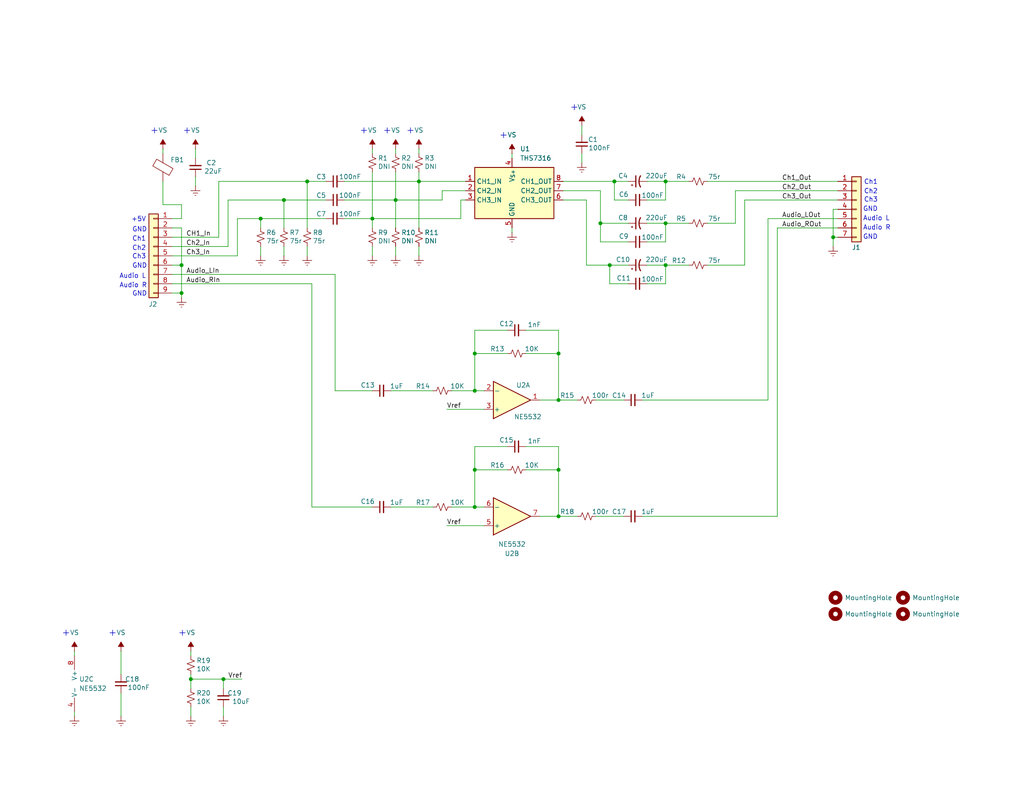
<source format=kicad_sch>
(kicad_sch (version 20231120) (generator "eeschema") (generator_version "8.0")
  (paper "A")
  (title_block (title "AV Amp") (date "2025-02-19") (rev "1") (company "Gadget Reboot") (comment 1 "https://www.youtube.com/@gadgetreboot") (comment 2 "https://github.com/GadgetReboot/AV_AMP"))
  (lib_symbols
    (symbol "Amplifier_Operational:TL072" (pin_names (offset 0.127))
      (property "Reference" "U" (at 0 5.08 0))
      (property "Value" "TL072" (at 0 -5.08 0))
      (symbol "TL072_1_1"
        (polyline (pts (xy -5.08 5.08) (xy 5.08 0) (xy -5.08 -5.08) (xy -5.08 5.08)) (stroke (width 0.254)) (fill (type background)))
        (pin output line (at 7.62 0 180) (length 2.54) (name "~") (number "1"))
        (pin input line (at -7.62 -2.54 0) (length 2.54) (name "-") (number "2"))
        (pin input line (at -7.62 2.54 0) (length 2.54) (name "+") (number "3"))
      )
      (symbol "TL072_2_1"
        (polyline (pts (xy -5.08 5.08) (xy 5.08 0) (xy -5.08 -5.08) (xy -5.08 5.08)) (stroke (width 0.254)) (fill (type background)))
        (pin input line (at -7.62 2.54 0) (length 2.54) (name "+") (number "5"))
        (pin input line (at -7.62 -2.54 0) (length 2.54) (name "-") (number "6"))
        (pin output line (at 7.62 0 180) (length 2.54) (name "~") (number "7"))
      )
      (symbol "TL072_3_1"
        (pin power_in line (at -2.54 -7.62 90) (length 3.81) (name "V-") (number "4"))
        (pin power_in line (at -2.54 7.62 270) (length 3.81) (name "V+") (number "8"))
      )
    )
    (symbol "Connector_Generic:Conn_01x07" (pin_names (offset 1.016) hide)
      (property "Reference" "J" (at 0 10.16 0))
      (property "Value" "Conn_01x07" (at 0 -10.16 0))
      (symbol "Conn_01x07_1_1"
        (rectangle (start -1.27 -7.493) (end 0 -7.747) (stroke (width 0.1524)))
        (rectangle (start -1.27 -4.953) (end 0 -5.207) (stroke (width 0.1524)))
        (rectangle (start -1.27 -2.413) (end 0 -2.667) (stroke (width 0.1524)))
        (rectangle (start -1.27 0.127) (end 0 -0.127) (stroke (width 0.1524)))
        (rectangle (start -1.27 2.667) (end 0 2.413) (stroke (width 0.1524)))
        (rectangle (start -1.27 5.207) (end 0 4.953) (stroke (width 0.1524)))
        (rectangle (start -1.27 7.747) (end 0 7.493) (stroke (width 0.1524)))
        (rectangle (start -1.27 8.89) (end 1.27 -8.89) (stroke (width 0.254)) (fill (type background)))
        (pin passive line (at -5.08 7.62 0) (length 3.81) (name "Pin_1") (number "1"))
        (pin passive line (at -5.08 5.08 0) (length 3.81) (name "Pin_2") (number "2"))
        (pin passive line (at -5.08 2.54 0) (length 3.81) (name "Pin_3") (number "3"))
        (pin passive line (at -5.08 0 0) (length 3.81) (name "Pin_4") (number "4"))
        (pin passive line (at -5.08 -2.54 0) (length 3.81) (name "Pin_5") (number "5"))
        (pin passive line (at -5.08 -5.08 0) (length 3.81) (name "Pin_6") (number "6"))
        (pin passive line (at -5.08 -7.62 0) (length 3.81) (name "Pin_7") (number "7"))
      )
    )
    (symbol "Connector_Generic:Conn_01x09" (pin_names (offset 1.016) hide)
      (property "Reference" "J" (at 0 12.7 0))
      (property "Value" "Conn_01x09" (at 0 -12.7 0))
      (symbol "Conn_01x09_1_1"
        (rectangle (start -1.27 -10.033) (end 0 -10.287) (stroke (width 0.1524)))
        (rectangle (start -1.27 -7.493) (end 0 -7.747) (stroke (width 0.1524)))
        (rectangle (start -1.27 -4.953) (end 0 -5.207) (stroke (width 0.1524)))
        (rectangle (start -1.27 -2.413) (end 0 -2.667) (stroke (width 0.1524)))
        (rectangle (start -1.27 0.127) (end 0 -0.127) (stroke (width 0.1524)))
        (rectangle (start -1.27 2.667) (end 0 2.413) (stroke (width 0.1524)))
        (rectangle (start -1.27 5.207) (end 0 4.953) (stroke (width 0.1524)))
        (rectangle (start -1.27 7.747) (end 0 7.493) (stroke (width 0.1524)))
        (rectangle (start -1.27 10.287) (end 0 10.033) (stroke (width 0.1524)))
        (rectangle (start -1.27 11.43) (end 1.27 -11.43) (stroke (width 0.254)) (fill (type background)))
        (pin passive line (at -5.08 10.16 0) (length 3.81) (name "Pin_1") (number "1"))
        (pin passive line (at -5.08 7.62 0) (length 3.81) (name "Pin_2") (number "2"))
        (pin passive line (at -5.08 5.08 0) (length 3.81) (name "Pin_3") (number "3"))
        (pin passive line (at -5.08 2.54 0) (length 3.81) (name "Pin_4") (number "4"))
        (pin passive line (at -5.08 0 0) (length 3.81) (name "Pin_5") (number "5"))
        (pin passive line (at -5.08 -2.54 0) (length 3.81) (name "Pin_6") (number "6"))
        (pin passive line (at -5.08 -5.08 0) (length 3.81) (name "Pin_7") (number "7"))
        (pin passive line (at -5.08 -7.62 0) (length 3.81) (name "Pin_8") (number "8"))
        (pin passive line (at -5.08 -10.16 0) (length 3.81) (name "Pin_9") (number "9"))
      )
    )
    (symbol "Device:C_Polarized_Small_US" (pin_numbers hide) (pin_names (offset 0.254) hide)
      (property "Reference" "C" (at 0.254 1.778 0))
      (property "Value" "C_Polarized_Small_US" (at 0.254 -2.032 0))
      (symbol "C_Polarized_Small_US_0_1"
        (polyline (pts (xy -1.524 0.508) (xy 1.524 0.508)) (stroke (width 0.3048)))
        (polyline (pts (xy -1.27 1.524) (xy -0.762 1.524)))
        (polyline (pts (xy -1.016 1.27) (xy -1.016 1.778)))
        (arc (start 1.524 -0.762) (mid 0 -0.3734) (end -1.524 -0.762) (stroke (width 0.3048)))
      )
      (symbol "C_Polarized_Small_US_1_1"
        (pin passive line (at 0 2.54 270) (length 2.032) (name "~") (number "1"))
        (pin passive line (at 0 -2.54 90) (length 2.032) (name "~") (number "2"))
      )
    )
    (symbol "Device:C_Small" (pin_numbers hide) (pin_names (offset 0.254) hide)
      (property "Reference" "C" (at 0.254 1.778 0))
      (property "Value" "C_Small" (at 0.254 -2.032 0))
      (symbol "C_Small_0_1"
        (polyline (pts (xy -1.524 -0.508) (xy 1.524 -0.508)) (stroke (width 0.3302)))
        (polyline (pts (xy -1.524 0.508) (xy 1.524 0.508)) (stroke (width 0.3048)))
      )
      (symbol "C_Small_1_1"
        (pin passive line (at 0 2.54 270) (length 2.032) (name "~") (number "1"))
        (pin passive line (at 0 -2.54 90) (length 2.032) (name "~") (number "2"))
      )
    )
    (symbol "Device:FerriteBead" (pin_numbers hide) (pin_names (offset 0))
      (property "Reference" "FB" (at -3.81 0.635 90))
      (property "Value" "FerriteBead" (at 3.81 0 90))
      (symbol "FerriteBead_0_1"
        (polyline (pts (xy 0 -1.27) (xy 0 -1.2192)))
        (polyline (pts (xy 0 1.27) (xy 0 1.2954)))
        (polyline (pts (xy -2.7686 0.4064) (xy -1.7018 2.2606) (xy 2.7686 -0.3048) (xy 1.6764 -2.159) (xy -2.7686 0.4064)))
      )
      (symbol "FerriteBead_1_1"
        (pin passive line (at 0 3.81 270) (length 2.54) (name "~") (number "1"))
        (pin passive line (at 0 -3.81 90) (length 2.54) (name "~") (number "2"))
      )
    )
    (symbol "Device:R_Small_US" (pin_numbers hide) (pin_names (offset 0.254) hide)
      (property "Reference" "R" (at 0.762 0.508 0))
      (property "Value" "R_Small_US" (at 0.762 -1.016 0))
      (symbol "R_Small_US_1_1"
        (polyline (pts (xy 0 0) (xy 1.016 -0.381) (xy 0 -0.762) (xy -1.016 -1.143) (xy 0 -1.524)))
        (polyline (pts (xy 0 1.524) (xy 1.016 1.143) (xy 0 0.762) (xy -1.016 0.381) (xy 0 0)))
        (pin passive line (at 0 2.54 270) (length 1.016) (name "~") (number "1"))
        (pin passive line (at 0 -2.54 90) (length 1.016) (name "~") (number "2"))
      )
    )
    (symbol "Mechanical:MountingHole" (pin_names (offset 1.016)) (exclude_from_sim yes) (in_bom no)
      (property "Reference" "H" (at 0 5.08 0))
      (property "Value" "MountingHole" (at 0 3.175 0))
      (symbol "MountingHole_0_1"
        (circle (center 0 0) (radius 1.27) (stroke (width 1.27)))
      )
    )
    (symbol "power:GNDREF" (power) (pin_numbers hide) (pin_names (offset 0) hide)
      (property "Value" "GNDREF" (at 0 -3.81 0))
      (symbol "GNDREF_0_1"
        (polyline (pts (xy -0.635 -1.905) (xy 0.635 -1.905)))
        (polyline (pts (xy -0.127 -2.54) (xy 0.127 -2.54)))
        (polyline (pts (xy 0 -1.27) (xy 0 0)))
        (polyline (pts (xy 1.27 -1.27) (xy -1.27 -1.27)))
      )
      (symbol "GNDREF_1_1"
        (pin power_in line (at 0 0 270) (length 0) (name "~") (number "1"))
      )
    )
    (symbol "power:VS" (power) (pin_numbers hide) (pin_names (offset 0) hide)
      (property "Value" "VS" (at 0 3.556 0))
      (symbol "VS_0_1"
        (polyline (pts (xy 0 0) (xy 0 2.54)))
        (polyline (pts (xy 0.762 1.27) (xy -0.762 1.27) (xy 0 2.54) (xy 0.762 1.27)) (fill (type outline)))
      )
      (symbol "VS_1_1"
        (pin power_in line (at 0 0 90) (length 0) (name "~") (number "1"))
      )
    )
    (symbol "ths7316:THS7316"
      (property "Reference" "U" (at -8.89 12.446 0))
      (property "Value" "THS7316" (at 7.112 12.446 0))
      (symbol "THS7316_0_1"
        (rectangle (start -10.16 11.43) (end 11.43 -2.54) (stroke (width 0.254)) (fill (type background)))
      )
      (symbol "THS7316_1_1"
        (pin input line (at -12.7 7.62 0) (length 2.54) (name "CH1_IN") (number "1"))
        (pin input line (at -12.7 5.08 0) (length 2.54) (name "CH2_IN") (number "2"))
        (pin input line (at -12.7 2.54 0) (length 2.54) (name "CH3_IN") (number "3"))
        (pin power_in line (at 0 13.97 270) (length 2.54) (name "V_{S+}") (number "4"))
        (pin power_in line (at 0 -5.08 90) (length 2.54) (name "GND") (number "5"))
        (pin output line (at 13.97 2.54 180) (length 2.54) (name "CH3_OUT") (number "6"))
        (pin output line (at 13.97 5.08 180) (length 2.54) (name "CH2_OUT") (number "7"))
        (pin output line (at 13.97 7.62 180) (length 2.54) (name "CH1_OUT") (number "8"))
      )
    )
  )
  (junction (at 181.61 60.96))
  (junction (at 166.37 72.39))
  (junction (at 107.95 54.61))
  (junction (at 83.82 49.53))
  (junction (at 163.83 60.96))
  (junction (at 52.07 185.42))
  (junction (at 101.6 59.69))
  (junction (at 77.47 54.61))
  (junction (at 227.33 64.77))
  (junction (at 152.4 140.97))
  (junction (at 152.4 109.22))
  (junction (at 181.61 49.53))
  (junction (at 60.96 185.42))
  (junction (at 152.4 128.27))
  (junction (at 129.54 128.27))
  (junction (at 129.54 96.52))
  (junction (at 71.12 59.69))
  (junction (at 129.54 138.43))
  (junction (at 114.3 49.53))
  (junction (at 49.53 72.39))
  (junction (at 167.64 49.53))
  (junction (at 181.61 72.39))
  (junction (at 129.54 106.68))
  (junction (at 152.4 96.52))
  (junction (at 49.53 80.01))
  (wire (pts (xy 62.23 54.61) (xy 77.47 54.61)))
  (wire (pts (xy 152.4 140.97) (xy 147.32 140.97)))
  (wire (pts (xy 49.53 62.23) (xy 49.53 72.39)))
  (wire (pts (xy 153.67 54.61) (xy 160.02 54.61)))
  (wire (pts (xy 77.47 67.31) (xy 77.47 69.85)))
  (wire (pts (xy 129.54 138.43) (xy 132.08 138.43)))
  (wire (pts (xy 52.07 184.15) (xy 52.07 185.42)))
  (wire (pts (xy 107.95 40.64) (xy 107.95 41.91)))
  (wire (pts (xy 77.47 54.61) (xy 77.47 62.23)))
  (wire (pts (xy 139.7 62.23) (xy 139.7 63.5)))
  (wire (pts (xy 101.6 59.69) (xy 101.6 62.23)))
  (wire (pts (xy 138.43 128.27) (xy 129.54 128.27)))
  (wire (pts (xy 49.53 72.39) (xy 49.53 80.01)))
  (wire (pts (xy 176.53 49.53) (xy 181.61 49.53)))
  (wire (pts (xy 60.96 193.04) (xy 60.96 195.58)))
  (wire (pts (xy 129.54 106.68) (xy 132.08 106.68)))
  (wire (pts (xy 114.3 67.31) (xy 114.3 69.85)))
  (wire (pts (xy 129.54 121.92) (xy 129.54 128.27)))
  (wire (pts (xy 114.3 46.99) (xy 114.3 49.53)))
  (wire (pts (xy 160.02 72.39) (xy 160.02 54.61)))
  (wire (pts (xy 60.96 185.42) (xy 60.96 187.96)))
  (wire (pts (xy 166.37 77.47) (xy 166.37 72.39)))
  (wire (pts (xy 101.6 67.31) (xy 101.6 69.85)))
  (wire (pts (xy 176.53 54.61) (xy 181.61 54.61)))
  (wire (pts (xy 71.12 59.69) (xy 88.9 59.69)))
  (wire (pts (xy 171.45 77.47) (xy 166.37 77.47)))
  (wire (pts (xy 181.61 49.53) (xy 187.96 49.53)))
  (wire (pts (xy 107.95 46.99) (xy 107.95 54.61)))
  (wire (pts (xy 138.43 96.52) (xy 129.54 96.52)))
  (wire (pts (xy 83.82 67.31) (xy 83.82 69.85)))
  (wire (pts (xy 193.04 60.96) (xy 200.66 60.96)))
  (wire (pts (xy 176.53 66.04) (xy 181.61 66.04)))
  (wire (pts (xy 228.6 52.07) (xy 200.66 52.07)))
  (wire (pts (xy 53.34 40.64) (xy 53.34 43.18)))
  (wire (pts (xy 91.44 74.93) (xy 91.44 106.68)))
  (wire (pts (xy 175.26 140.97) (xy 212.09 140.97)))
  (wire (pts (xy 101.6 40.64) (xy 101.6 41.91)))
  (wire (pts (xy 193.04 72.39) (xy 203.2 72.39)))
  (wire (pts (xy 49.53 59.69) (xy 49.53 55.88)))
  (wire (pts (xy 64.77 59.69) (xy 71.12 59.69)))
  (wire (pts (xy 52.07 193.04) (xy 52.07 195.58)))
  (wire (pts (xy 62.23 67.31) (xy 62.23 54.61)))
  (wire (pts (xy 176.53 60.96) (xy 181.61 60.96)))
  (wire (pts (xy 33.02 177.8) (xy 33.02 184.15)))
  (wire (pts (xy 228.6 57.15) (xy 227.33 57.15)))
  (wire (pts (xy 59.69 49.53) (xy 83.82 49.53)))
  (wire (pts (xy 143.51 121.92) (xy 152.4 121.92)))
  (wire (pts (xy 152.4 109.22) (xy 147.32 109.22)))
  (wire (pts (xy 114.3 49.53) (xy 127 49.53)))
  (wire (pts (xy 143.51 90.17) (xy 152.4 90.17)))
  (wire (pts (xy 212.09 62.23) (xy 212.09 140.97)))
  (wire (pts (xy 152.4 128.27) (xy 152.4 140.97)))
  (wire (pts (xy 203.2 54.61) (xy 228.6 54.61)))
  (wire (pts (xy 193.04 49.53) (xy 228.6 49.53)))
  (wire (pts (xy 44.45 55.88) (xy 44.45 49.53)))
  (wire (pts (xy 20.32 177.8) (xy 20.32 179.07)))
  (wire (pts (xy 93.98 54.61) (xy 107.95 54.61)))
  (wire (pts (xy 52.07 185.42) (xy 52.07 187.96)))
  (wire (pts (xy 33.02 189.23) (xy 33.02 195.58)))
  (wire (pts (xy 227.33 57.15) (xy 227.33 64.77)))
  (wire (pts (xy 101.6 46.99) (xy 101.6 59.69)))
  (wire (pts (xy 49.53 80.01) (xy 49.53 81.28)))
  (wire (pts (xy 107.95 67.31) (xy 107.95 69.85)))
  (wire (pts (xy 129.54 90.17) (xy 129.54 96.52)))
  (wire (pts (xy 227.33 64.77) (xy 227.33 67.31)))
  (wire (pts (xy 129.54 96.52) (xy 129.54 106.68)))
  (wire (pts (xy 107.95 54.61) (xy 107.95 62.23)))
  (wire (pts (xy 46.99 69.85) (xy 64.77 69.85)))
  (wire (pts (xy 125.73 59.69) (xy 125.73 54.61)))
  (wire (pts (xy 120.65 54.61) (xy 120.65 52.07)))
  (wire (pts (xy 181.61 72.39) (xy 187.96 72.39)))
  (wire (pts (xy 152.4 96.52) (xy 152.4 109.22)))
  (wire (pts (xy 64.77 69.85) (xy 64.77 59.69)))
  (wire (pts (xy 46.99 77.47) (xy 85.09 77.47)))
  (wire (pts (xy 152.4 109.22) (xy 157.48 109.22)))
  (wire (pts (xy 152.4 140.97) (xy 157.48 140.97)))
  (wire (pts (xy 93.98 49.53) (xy 114.3 49.53)))
  (wire (pts (xy 167.64 49.53) (xy 171.45 49.53)))
  (wire (pts (xy 46.99 72.39) (xy 49.53 72.39)))
  (wire (pts (xy 227.33 64.77) (xy 228.6 64.77)))
  (wire (pts (xy 203.2 72.39) (xy 203.2 54.61)))
  (wire (pts (xy 158.75 41.91) (xy 158.75 44.45)))
  (wire (pts (xy 46.99 80.01) (xy 49.53 80.01)))
  (wire (pts (xy 85.09 77.47) (xy 85.09 138.43)))
  (wire (pts (xy 171.45 54.61) (xy 167.64 54.61)))
  (wire (pts (xy 181.61 60.96) (xy 187.96 60.96)))
  (wire (pts (xy 83.82 49.53) (xy 83.82 62.23)))
  (wire (pts (xy 139.7 41.91) (xy 139.7 43.18)))
  (wire (pts (xy 77.47 54.61) (xy 88.9 54.61)))
  (wire (pts (xy 123.19 138.43) (xy 129.54 138.43)))
  (wire (pts (xy 83.82 49.53) (xy 88.9 49.53)))
  (wire (pts (xy 152.4 121.92) (xy 152.4 128.27)))
  (wire (pts (xy 153.67 49.53) (xy 167.64 49.53)))
  (wire (pts (xy 59.69 64.77) (xy 59.69 49.53)))
  (wire (pts (xy 163.83 60.96) (xy 171.45 60.96)))
  (wire (pts (xy 20.32 194.31) (xy 20.32 195.58)))
  (wire (pts (xy 176.53 72.39) (xy 181.61 72.39)))
  (wire (pts (xy 176.53 77.47) (xy 181.61 77.47)))
  (wire (pts (xy 138.43 121.92) (xy 129.54 121.92)))
  (wire (pts (xy 181.61 66.04) (xy 181.61 60.96)))
  (wire (pts (xy 181.61 54.61) (xy 181.61 49.53)))
  (wire (pts (xy 138.43 90.17) (xy 129.54 90.17)))
  (wire (pts (xy 121.92 111.76) (xy 132.08 111.76)))
  (wire (pts (xy 181.61 77.47) (xy 181.61 72.39)))
  (wire (pts (xy 46.99 67.31) (xy 62.23 67.31)))
  (wire (pts (xy 85.09 138.43) (xy 101.6 138.43)))
  (wire (pts (xy 52.07 177.8) (xy 52.07 179.07)))
  (wire (pts (xy 167.64 54.61) (xy 167.64 49.53)))
  (wire (pts (xy 162.56 109.22) (xy 170.18 109.22)))
  (wire (pts (xy 106.68 138.43) (xy 118.11 138.43)))
  (wire (pts (xy 91.44 106.68) (xy 101.6 106.68)))
  (wire (pts (xy 114.3 40.64) (xy 114.3 41.91)))
  (wire (pts (xy 120.65 52.07) (xy 127 52.07)))
  (wire (pts (xy 209.55 59.69) (xy 209.55 109.22)))
  (wire (pts (xy 44.45 40.64) (xy 44.45 41.91)))
  (wire (pts (xy 71.12 67.31) (xy 71.12 69.85)))
  (wire (pts (xy 46.99 64.77) (xy 59.69 64.77)))
  (wire (pts (xy 163.83 66.04) (xy 163.83 60.96)))
  (wire (pts (xy 163.83 66.04) (xy 171.45 66.04)))
  (wire (pts (xy 228.6 62.23) (xy 212.09 62.23)))
  (wire (pts (xy 153.67 52.07) (xy 163.83 52.07)))
  (wire (pts (xy 107.95 54.61) (xy 120.65 54.61)))
  (wire (pts (xy 158.75 34.29) (xy 158.75 36.83)))
  (wire (pts (xy 71.12 59.69) (xy 71.12 62.23)))
  (wire (pts (xy 101.6 59.69) (xy 125.73 59.69)))
  (wire (pts (xy 175.26 109.22) (xy 209.55 109.22)))
  (wire (pts (xy 60.96 185.42) (xy 66.04 185.42)))
  (wire (pts (xy 129.54 128.27) (xy 129.54 138.43)))
  (wire (pts (xy 114.3 49.53) (xy 114.3 62.23)))
  (wire (pts (xy 143.51 128.27) (xy 152.4 128.27)))
  (wire (pts (xy 171.45 72.39) (xy 166.37 72.39)))
  (wire (pts (xy 53.34 48.26) (xy 53.34 50.8)))
  (wire (pts (xy 163.83 52.07) (xy 163.83 60.96)))
  (wire (pts (xy 200.66 52.07) (xy 200.66 60.96)))
  (wire (pts (xy 46.99 62.23) (xy 49.53 62.23)))
  (wire (pts (xy 93.98 59.69) (xy 101.6 59.69)))
  (wire (pts (xy 46.99 74.93) (xy 91.44 74.93)))
  (wire (pts (xy 123.19 106.68) (xy 129.54 106.68)))
  (wire (pts (xy 152.4 90.17) (xy 152.4 96.52)))
  (wire (pts (xy 166.37 72.39) (xy 160.02 72.39)))
  (wire (pts (xy 52.07 185.42) (xy 60.96 185.42)))
  (wire (pts (xy 228.6 59.69) (xy 209.55 59.69)))
  (wire (pts (xy 162.56 140.97) (xy 170.18 140.97)))
  (wire (pts (xy 121.92 143.51) (xy 132.08 143.51)))
  (wire (pts (xy 106.68 106.68) (xy 118.11 106.68)))
  (wire (pts (xy 49.53 55.88) (xy 44.45 55.88)))
  (wire (pts (xy 46.99 59.69) (xy 49.53 59.69)))
  (wire (pts (xy 143.51 96.52) (xy 152.4 96.52)))
  (wire (pts (xy 125.73 54.61) (xy 127 54.61)))
  (text "GND" (at 40.132 73.406 0) (effects (font (size 1.27 1.27)) (justify right bottom)))
  (text "Ch2" (at 39.878 68.58 0) (effects (font (size 1.27 1.27)) (justify right bottom)))
  (text "Ch1" (at 235.712 50.546 0) (effects (font (size 1.27 1.27)) (justify left bottom)))
  (text "+" (at 43.434 36.83 0) (effects (font (size 1.905 1.905)) (justify right bottom)))
  (text "+" (at 100.584 36.83 0) (effects (font (size 1.905 1.905)) (justify right bottom)))
  (text "+" (at 32.004 173.99 0) (effects (font (size 1.905 1.905)) (justify right bottom)))
  (text "GND" (at 235.458 57.912 0) (effects (font (size 1.27 1.27)) (justify left bottom)))
  (text "+" (at 157.988 30.48 0) (effects (font (size 1.905 1.905)) (justify right bottom)))
  (text "Audio L" (at 235.458 60.452 0) (effects (font (size 1.27 1.27)) (justify left bottom)))
  (text "Ch2" (at 235.712 53.086 0) (effects (font (size 1.27 1.27)) (justify left bottom)))
  (text "+" (at 138.684 38.1 0) (effects (font (size 1.905 1.905)) (justify right bottom)))
  (text "Ch1" (at 39.878 66.04 0) (effects (font (size 1.27 1.27)) (justify right bottom)))
  (text "Ch3" (at 39.878 70.866 0) (effects (font (size 1.27 1.27)) (justify right bottom)))
  (text "+5V" (at 39.878 60.706 0) (effects (font (size 1.27 1.27)) (justify right bottom)))
  (text "Audio R" (at 40.132 78.74 0) (effects (font (size 1.27 1.27)) (justify right bottom)))
  (text "+" (at 52.324 36.83 0) (effects (font (size 1.905 1.905)) (justify right bottom)))
  (text "GND" (at 40.132 63.5 0) (effects (font (size 1.27 1.27)) (justify right bottom)))
  (text "GND" (at 235.458 65.532 0) (effects (font (size 1.27 1.27)) (justify left bottom)))
  (text "+" (at 51.054 173.99 0) (effects (font (size 1.905 1.905)) (justify right bottom)))
  (text "+" (at 113.284 36.83 0) (effects (font (size 1.905 1.905)) (justify right bottom)))
  (text "Ch3" (at 235.712 55.372 0) (effects (font (size 1.27 1.27)) (justify left bottom)))
  (text "GND" (at 40.132 81.026 0) (effects (font (size 1.27 1.27)) (justify right bottom)))
  (text "Audio L" (at 39.878 76.2 0) (effects (font (size 1.27 1.27)) (justify right bottom)))
  (text "+" (at 19.304 173.99 0) (effects (font (size 1.905 1.905)) (justify right bottom)))
  (text "+" (at 106.934 36.83 0) (effects (font (size 1.905 1.905)) (justify right bottom)))
  (text "Audio R" (at 235.458 62.992 0) (effects (font (size 1.27 1.27)) (justify left bottom)))
  (label "Vref" (at 121.92 111.76 0))
  (label "Audio_RIn" (at 50.8 77.47 0))
  (label "CH1_In" (at 50.8 64.77 0))
  (label "Ch3_In" (at 50.8 69.85 0))
  (label "Audio_LIn" (at 50.8 74.93 0))
  (label "Ch3_Out" (at 213.36 54.61 0))
  (label "Vref" (at 62.23 185.42 0))
  (label "Vref" (at 121.92 143.51 0))
  (label "Audio_LOut" (at 213.36 59.69 0))
  (label "Ch2_Out" (at 213.36 52.07 0))
  (label "Ch2_In" (at 50.8 67.31 0))
  (label "Audio_ROut" (at 213.36 62.23 0))
  (label "Ch1_Out" (at 213.36 49.53 0))
  (symbol (lib_id "Mechanical:MountingHole") (at 246.38 163.195 0) (unit 1)
    (property "Reference" "H2" (effects (hide yes)))
    (property "Value" "MountingHole" (at 248.92 163.195 0) (effects (justify left)))
    (property "Footprint" "MountingHole:MountingHole_3.5mm" (effects (hide yes)))
  )
  (symbol (lib_id "Mechanical:MountingHole") (at 246.38 167.64 0) (unit 1)
    (property "Reference" "H4" (effects (hide yes)))
    (property "Value" "MountingHole" (at 248.92 167.64 0) (effects (justify left)))
    (property "Footprint" "MountingHole:MountingHole_3.5mm" (effects (hide yes)))
  )
  (symbol (lib_id "Mechanical:MountingHole") (at 227.965 163.195 0) (unit 1)
    (property "Reference" "H1" (effects (hide yes)))
    (property "Value" "MountingHole" (at 230.505 163.195 0) (effects (justify left)))
    (property "Footprint" "MountingHole:MountingHole_3.5mm" (effects (hide yes)))
  )
  (symbol (lib_id "Mechanical:MountingHole") (at 227.965 167.64 0) (unit 1)
    (property "Reference" "H3" (effects (hide yes)))
    (property "Value" "MountingHole" (at 230.505 167.64 0) (effects (justify left)))
    (property "Footprint" "MountingHole:MountingHole_3.5mm" (effects (hide yes)))
  )
  (symbol (lib_id "power:VS") (at 101.6 40.64 0) (unit 1)
    (property "Reference" "#PWR04" (effects (hide yes)))
    (property "Value" "VS" (at 101.6 35.56 0))
    (property "Description" "Power symbol creates a global label with name \"VS\"" (effects (hide yes)))
  )
  (symbol (lib_id "Device:C_Small") (at 91.44 49.53 90) (unit 1)
    (property "Reference" "C3" (at 87.6363 48.26 90))
    (property "Value" "100nF" (at 95.5103 48.26 90))
    (property "Footprint" "Capacitor_SMD:C_0805_2012Metric_Pad1.18x1.45mm_HandSolder" (effects (hide yes)))
    (property "Description" "Unpolarized capacitor, small symbol" (effects (hide yes)))
  )
  (symbol (lib_id "Device:R_Small_US") (at 140.97 96.52 90) (unit 1)
    (property "Reference" "R13" (at 137.6679 95.25 90) (effects (justify left)))
    (property "Value" "10K" (at 147.0659 95.25 90) (effects (justify left)))
    (property "Footprint" "Resistor_SMD:R_0805_2012Metric_Pad1.20x1.40mm_HandSolder" (effects (hide yes)))
    (property "Description" "Resistor, small US symbol" (effects (hide yes)))
  )
  (symbol (lib_id "Device:R_Small_US") (at 120.65 138.43 90) (unit 1)
    (property "Reference" "R17" (at 117.3479 137.16 90) (effects (justify left)))
    (property "Value" "10K" (at 126.7459 137.16 90) (effects (justify left)))
    (property "Footprint" "Resistor_SMD:R_0805_2012Metric_Pad1.20x1.40mm_HandSolder" (effects (hide yes)))
    (property "Description" "Resistor, small US symbol" (effects (hide yes)))
  )
  (symbol (lib_id "power:VS") (at 107.95 40.64 0) (unit 1)
    (property "Reference" "#PWR05" (effects (hide yes)))
    (property "Value" "VS" (at 107.95 35.56 0))
    (property "Description" "Power symbol creates a global label with name \"VS\"" (effects (hide yes)))
  )
  (symbol (lib_id "Device:C_Small") (at 91.44 59.69 90) (unit 1)
    (property "Reference" "C7" (at 87.6363 58.42 90))
    (property "Value" "100nF" (at 95.5103 58.42 90))
    (property "Footprint" "Capacitor_SMD:C_0805_2012Metric_Pad1.18x1.45mm_HandSolder" (effects (hide yes)))
    (property "Description" "Unpolarized capacitor, small symbol" (effects (hide yes)))
  )
  (symbol (lib_id "power:GNDREF") (at 77.47 69.85 0) (unit 1)
    (property "Reference" "#PWR013" (effects (hide yes)))
    (property "Value" "GNDREF" (effects (hide yes)))
    (property "Description" "Power symbol creates a global label with name \"GNDREF\" , reference supply ground" (effects (hide yes)))
  )
  (symbol (lib_id "power:VS") (at 139.7 41.91 0) (unit 1)
    (property "Reference" "#PWR07" (effects (hide yes)))
    (property "Value" "VS" (at 139.7 36.83 0))
    (property "Description" "Power symbol creates a global label with name \"VS\"" (effects (hide yes)))
  )
  (symbol (lib_id "Device:R_Small_US") (at 52.07 181.61 0) (unit 1)
    (property "Reference" "R19" (at 53.594 180.3399 0) (effects (justify left)))
    (property "Value" "10K" (at 53.594 182.6259 0) (effects (justify left)))
    (property "Footprint" "Resistor_SMD:R_0805_2012Metric_Pad1.20x1.40mm_HandSolder" (effects (hide yes)))
    (property "Description" "Resistor, small US symbol" (effects (hide yes)))
  )
  (symbol (lib_id "Connector_Generic:Conn_01x09") (at 41.91 69.85 0) (mirror y) (unit 1)
    (property "Reference" "J2" (at 42.926 83.0579 0) (effects (justify left)))
    (property "Value" "Conn_01x09" (effects (hide yes)))
    (property "Footprint" "Connector_PinHeader_2.54mm:PinHeader_1x09_P2.54mm_Vertical" (effects (hide yes)))
    (property "Description" "Generic connector, single row, 01x09, script generated (kicad-library-utils/schlib/autogen/connector/)" (effects (hide yes)))
  )
  (symbol (lib_id "Device:R_Small_US") (at 190.5 49.53 90) (unit 1)
    (property "Reference" "R4" (at 187.1979 48.26 90) (effects (justify left)))
    (property "Value" "75r" (at 196.5959 48.26 90) (effects (justify left)))
    (property "Footprint" "Resistor_SMD:R_0805_2012Metric_Pad1.20x1.40mm_HandSolder" (effects (hide yes)))
    (property "Description" "Resistor, small US symbol" (effects (hide yes)))
  )
  (symbol (lib_id "Device:R_Small_US") (at 107.95 64.77 0) (unit 1)
    (property "Reference" "R10" (at 109.474 63.4999 0) (effects (justify left)))
    (property "Value" "DNI" (at 109.474 65.7859 0) (effects (justify left)))
    (property "Footprint" "Resistor_SMD:R_0805_2012Metric_Pad1.20x1.40mm_HandSolder" (effects (hide yes)))
    (property "Description" "Resistor, small US symbol" (effects (hide yes)))
  )
  (symbol (lib_id "power:GNDREF") (at 107.95 69.85 0) (unit 1)
    (property "Reference" "#PWR016" (effects (hide yes)))
    (property "Value" "GNDREF" (effects (hide yes)))
    (property "Description" "Power symbol creates a global label with name \"GNDREF\" , reference supply ground" (effects (hide yes)))
  )
  (symbol (lib_id "power:VS") (at 44.45 40.64 0) (unit 1)
    (property "Reference" "#PWR02" (effects (hide yes)))
    (property "Value" "VS" (at 44.45 35.56 0))
    (property "Description" "Power symbol creates a global label with name \"VS\"" (effects (hide yes)))
  )
  (symbol (lib_id "power:GNDREF") (at 33.02 195.58 0) (unit 1)
    (property "Reference" "#PWR023" (effects (hide yes)))
    (property "Value" "GNDREF" (effects (hide yes)))
    (property "Description" "Power symbol creates a global label with name \"GNDREF\" , reference supply ground" (effects (hide yes)))
  )
  (symbol (lib_id "Device:R_Small_US") (at 140.97 128.27 90) (unit 1)
    (property "Reference" "R16" (at 137.6679 127 90) (effects (justify left)))
    (property "Value" "10K" (at 147.0659 127 90) (effects (justify left)))
    (property "Footprint" "Resistor_SMD:R_0805_2012Metric_Pad1.20x1.40mm_HandSolder" (effects (hide yes)))
    (property "Description" "Resistor, small US symbol" (effects (hide yes)))
  )
  (symbol (lib_id "Device:R_Small_US") (at 114.3 64.77 0) (unit 1)
    (property "Reference" "R11" (at 115.824 63.4999 0) (effects (justify left)))
    (property "Value" "DNI" (at 115.824 65.7859 0) (effects (justify left)))
    (property "Footprint" "Resistor_SMD:R_0805_2012Metric_Pad1.20x1.40mm_HandSolder" (effects (hide yes)))
    (property "Description" "Resistor, small US symbol" (effects (hide yes)))
  )
  (symbol (lib_id "Device:R_Small_US") (at 101.6 64.77 0) (unit 1)
    (property "Reference" "R9" (at 103.124 63.4999 0) (effects (justify left)))
    (property "Value" "DNI" (at 103.124 65.7859 0) (effects (justify left)))
    (property "Footprint" "Resistor_SMD:R_0805_2012Metric_Pad1.20x1.40mm_HandSolder" (effects (hide yes)))
    (property "Description" "Resistor, small US symbol" (effects (hide yes)))
  )
  (symbol (lib_id "power:GNDREF") (at 83.82 69.85 0) (unit 1)
    (property "Reference" "#PWR014" (effects (hide yes)))
    (property "Value" "GNDREF" (effects (hide yes)))
    (property "Description" "Power symbol creates a global label with name \"GNDREF\" , reference supply ground" (effects (hide yes)))
  )
  (symbol (lib_id "power:VS") (at 53.34 40.64 0) (unit 1)
    (property "Reference" "#PWR03" (effects (hide yes)))
    (property "Value" "VS" (at 53.34 35.56 0))
    (property "Description" "Power symbol creates a global label with name \"VS\"" (effects (hide yes)))
  )
  (symbol (lib_id "Device:C_Small") (at 173.99 66.04 90) (unit 1)
    (property "Reference" "C9" (at 170.1863 64.516 90))
    (property "Value" "100nF" (at 178.0603 64.77 90))
    (property "Footprint" "Capacitor_SMD:C_0805_2012Metric_Pad1.18x1.45mm_HandSolder" (effects (hide yes)))
    (property "Description" "Unpolarized capacitor, small symbol" (effects (hide yes)))
  )
  (symbol (lib_id "Device:R_Small_US") (at 83.82 64.77 0) (unit 1)
    (property "Reference" "R8" (at 85.344 63.4999 0) (effects (justify left)))
    (property "Value" "75r" (at 85.344 65.7859 0) (effects (justify left)))
    (property "Footprint" "Resistor_SMD:R_0805_2012Metric_Pad1.20x1.40mm_HandSolder" (effects (hide yes)))
    (property "Description" "Resistor, small US symbol" (effects (hide yes)))
  )
  (symbol (lib_id "Device:C_Small") (at 104.14 138.43 90) (unit 1)
    (property "Reference" "C16" (at 100.3363 136.906 90))
    (property "Value" "1uF" (at 108.2103 137.16 90))
    (property "Footprint" "Capacitor_SMD:C_0805_2012Metric_Pad1.18x1.45mm_HandSolder" (effects (hide yes)))
    (property "Description" "Unpolarized capacitor, small symbol" (effects (hide yes)))
  )
  (symbol (lib_id "Connector_Generic:Conn_01x07") (at 233.68 57.15 0) (unit 1)
    (property "Reference" "J1" (at 232.41 67.5639 0) (effects (justify left)))
    (property "Value" "Conn_01x07" (effects (hide yes)))
    (property "Footprint" "Connector_PinHeader_2.54mm:PinHeader_1x07_P2.54mm_Vertical" (effects (hide yes)))
    (property "Description" "Generic connector, single row, 01x07, script generated (kicad-library-utils/schlib/autogen/connector/)" (effects (hide yes)))
  )
  (symbol (lib_id "power:GNDREF") (at 49.53 81.28 0) (unit 1)
    (property "Reference" "#PWR018" (effects (hide yes)))
    (property "Value" "GNDREF" (effects (hide yes)))
    (property "Description" "Power symbol creates a global label with name \"GNDREF\" , reference supply ground" (effects (hide yes)))
  )
  (symbol (lib_id "Amplifier_Operational:TL072") (at 22.86 186.69 0) (unit 3)
    (property "Reference" "U2" (at 21.59 185.4199 0) (effects (justify left)))
    (property "Value" "NE5532" (at 21.59 187.9599 0) (effects (justify left)))
    (property "Footprint" "Package_SO:SOIC-8_3.9x4.9mm_P1.27mm" (effects (hide yes)))
    (property "Description" "Dual Low-Noise JFET-Input Operational Amplifiers, DIP-8/SOIC-8" (effects (hide yes)))
  )
  (symbol (lib_id "ths7316:THS7316") (at 139.7 57.15 0) (unit 1)
    (property "Reference" "U1" (at 141.8941 40.64 0) (effects (justify left)))
    (property "Value" "THS7316" (at 141.8941 43.18 0) (effects (justify left)))
    (property "Footprint" "Package_SO:SOIC-8_3.9x4.9mm_P1.27mm" (effects (hide yes)))
    (property "Description" "3 channel Video Amplifier" (effects (hide yes)))
  )
  (symbol (lib_id "Device:C_Small") (at 140.97 121.92 90) (unit 1)
    (property "Reference" "C15" (at 138.1823 120.142 90))
    (property "Value" "1nF" (at 145.8023 120.396 90))
    (property "Footprint" "Capacitor_SMD:C_0805_2012Metric_Pad1.18x1.45mm_HandSolder" (effects (hide yes)))
    (property "Description" "Unpolarized capacitor, small symbol" (effects (hide yes)))
  )
  (symbol (lib_id "Device:C_Small") (at 173.99 54.61 90) (unit 1)
    (property "Reference" "C6" (at 170.1863 53.086 90))
    (property "Value" "100nF" (at 178.0603 53.34 90))
    (property "Footprint" "Capacitor_SMD:C_0805_2012Metric_Pad1.18x1.45mm_HandSolder" (effects (hide yes)))
    (property "Description" "Unpolarized capacitor, small symbol" (effects (hide yes)))
  )
  (symbol (lib_id "Amplifier_Operational:TL072") (at 139.7 109.22 0) (mirror x) (unit 1)
    (property "Reference" "U2" (at 142.748 105.156 0))
    (property "Value" "NE5532" (at 144.018 113.792 0))
    (property "Footprint" "Package_SO:SOIC-8_3.9x4.9mm_P1.27mm" (effects (hide yes)))
    (property "Description" "Dual Low-Noise JFET-Input Operational Amplifiers, DIP-8/SOIC-8" (effects (hide yes)))
  )
  (symbol (lib_id "power:GNDREF") (at 53.34 50.8 0) (unit 1)
    (property "Reference" "#PWR09" (effects (hide yes)))
    (property "Value" "GNDREF" (effects (hide yes)))
    (property "Description" "Power symbol creates a global label with name \"GNDREF\" , reference supply ground" (effects (hide yes)))
  )
  (symbol (lib_id "Device:R_Small_US") (at 71.12 64.77 0) (unit 1)
    (property "Reference" "R6" (at 72.644 63.4999 0) (effects (justify left)))
    (property "Value" "75r" (at 72.644 65.7859 0) (effects (justify left)))
    (property "Footprint" "Resistor_SMD:R_0805_2012Metric_Pad1.20x1.40mm_HandSolder" (effects (hide yes)))
    (property "Description" "Resistor, small US symbol" (effects (hide yes)))
  )
  (symbol (lib_id "Device:C_Small") (at 172.72 140.97 90) (unit 1)
    (property "Reference" "C17" (at 168.9163 139.7 90))
    (property "Value" "1uF" (at 176.7903 139.7 90))
    (property "Footprint" "Capacitor_SMD:C_0805_2012Metric_Pad1.18x1.45mm_HandSolder" (effects (hide yes)))
    (property "Description" "Unpolarized capacitor, small symbol" (effects (hide yes)))
  )
  (symbol (lib_id "Device:C_Small") (at 172.72 109.22 90) (unit 1)
    (property "Reference" "C14" (at 168.9163 107.95 90))
    (property "Value" "1uF" (at 176.7903 107.95 90))
    (property "Footprint" "Capacitor_SMD:C_0805_2012Metric_Pad1.18x1.45mm_HandSolder" (effects (hide yes)))
    (property "Description" "Unpolarized capacitor, small symbol" (effects (hide yes)))
  )
  (symbol (lib_id "Device:C_Small") (at 53.34 45.72 180) (unit 1)
    (property "Reference" "C2" (at 57.658 44.4437 0))
    (property "Value" "22uF" (at 58.166 46.7297 0))
    (property "Footprint" "Capacitor_SMD:C_0805_2012Metric_Pad1.18x1.45mm_HandSolder" (effects (hide yes)))
    (property "Description" "Unpolarized capacitor, small symbol" (effects (hide yes)))
  )
  (symbol (lib_id "Device:R_Small_US") (at 107.95 44.45 0) (unit 1)
    (property "Reference" "R2" (at 109.474 43.1799 0) (effects (justify left)))
    (property "Value" "DNI" (at 109.474 45.4659 0) (effects (justify left)))
    (property "Footprint" "Resistor_SMD:R_0805_2012Metric_Pad1.20x1.40mm_HandSolder" (effects (hide yes)))
    (property "Description" "Resistor, small US symbol" (effects (hide yes)))
  )
  (symbol (lib_id "power:GNDREF") (at 227.33 67.31 0) (unit 1)
    (property "Reference" "#PWR011" (effects (hide yes)))
    (property "Value" "GNDREF" (effects (hide yes)))
    (property "Description" "Power symbol creates a global label with name \"GNDREF\" , reference supply ground" (effects (hide yes)))
  )
  (symbol (lib_id "power:GNDREF") (at 114.3 69.85 0) (unit 1)
    (property "Reference" "#PWR017" (effects (hide yes)))
    (property "Value" "GNDREF" (effects (hide yes)))
    (property "Description" "Power symbol creates a global label with name \"GNDREF\" , reference supply ground" (effects (hide yes)))
  )
  (symbol (lib_id "power:VS") (at 52.07 177.8 0) (unit 1)
    (property "Reference" "#PWR021" (effects (hide yes)))
    (property "Value" "VS" (at 52.07 172.72 0))
    (property "Description" "Power symbol creates a global label with name \"VS\"" (effects (hide yes)))
  )
  (symbol (lib_id "Device:C_Small") (at 104.14 106.68 90) (unit 1)
    (property "Reference" "C13" (at 100.3363 105.156 90))
    (property "Value" "1uF" (at 108.2103 105.41 90))
    (property "Footprint" "Capacitor_SMD:C_0805_2012Metric_Pad1.18x1.45mm_HandSolder" (effects (hide yes)))
    (property "Description" "Unpolarized capacitor, small symbol" (effects (hide yes)))
  )
  (symbol (lib_id "Device:C_Small") (at 91.44 54.61 90) (unit 1)
    (property "Reference" "C5" (at 87.6363 53.34 90))
    (property "Value" "100nF" (at 95.5103 53.34 90))
    (property "Footprint" "Capacitor_SMD:C_0805_2012Metric_Pad1.18x1.45mm_HandSolder" (effects (hide yes)))
    (property "Description" "Unpolarized capacitor, small symbol" (effects (hide yes)))
  )
  (symbol (lib_id "Device:FerriteBead") (at 44.45 45.72 0) (unit 1)
    (property "Reference" "FB1" (at 46.482 43.6371 0) (effects (justify left)))
    (property "Value" "MPZ2012S331A" (effects (hide yes)))
    (property "Footprint" "Footprints:L_0805_TDK_MPZ2012S331A" (effects (hide yes)))
    (property "Description" "Ferrite bead" (effects (hide yes)))
  )
  (symbol (lib_id "Device:C_Small") (at 158.75 39.37 180) (unit 1)
    (property "Reference" "C1" (at 161.798 38.0937 0))
    (property "Value" "100nF" (at 163.576 40.3797 0))
    (property "Footprint" "Capacitor_SMD:C_0805_2012Metric_Pad1.18x1.45mm_HandSolder" (effects (hide yes)))
    (property "Description" "Unpolarized capacitor, small symbol" (effects (hide yes)))
  )
  (symbol (lib_id "Device:C_Polarized_Small_US") (at 173.99 72.39 90) (unit 1)
    (property "Reference" "C10" (at 170.0022 70.866 90))
    (property "Value" "220uF" (at 179.1462 70.866 90))
    (property "Footprint" "Capacitor_SMD:CP_Elec_6.3x7.7" (effects (hide yes)))
    (property "Description" "Polarized capacitor, small US symbol" (effects (hide yes)))
    (property "MPN" "EDK227M010A9HAA" (effects (hide yes)))
  )
  (symbol (lib_id "power:GNDREF") (at 71.12 69.85 0) (unit 1)
    (property "Reference" "#PWR012" (effects (hide yes)))
    (property "Value" "GNDREF" (effects (hide yes)))
    (property "Description" "Power symbol creates a global label with name \"GNDREF\" , reference supply ground" (effects (hide yes)))
  )
  (symbol (lib_id "Device:C_Polarized_Small_US") (at 173.99 60.96 90) (unit 1)
    (property "Reference" "C8" (at 170.0022 59.436 90))
    (property "Value" "220uF" (at 179.1462 59.436 90))
    (property "Footprint" "Capacitor_SMD:CP_Elec_6.3x7.7" (effects (hide yes)))
    (property "Description" "Polarized capacitor, small US symbol" (effects (hide yes)))
    (property "MPN" "EDK227M010A9HAA" (effects (hide yes)))
  )
  (symbol (lib_id "Device:R_Small_US") (at 101.6 44.45 0) (unit 1)
    (property "Reference" "R1" (at 103.124 43.1799 0) (effects (justify left)))
    (property "Value" "DNI" (at 103.124 45.4659 0) (effects (justify left)))
    (property "Footprint" "Resistor_SMD:R_0805_2012Metric_Pad1.20x1.40mm_HandSolder" (effects (hide yes)))
    (property "Description" "Resistor, small US symbol" (effects (hide yes)))
  )
  (symbol (lib_id "Device:R_Small_US") (at 190.5 72.39 90) (unit 1)
    (property "Reference" "R12" (at 187.1979 71.12 90) (effects (justify left)))
    (property "Value" "75r" (at 196.5959 71.12 90) (effects (justify left)))
    (property "Footprint" "Resistor_SMD:R_0805_2012Metric_Pad1.20x1.40mm_HandSolder" (effects (hide yes)))
    (property "Description" "Resistor, small US symbol" (effects (hide yes)))
  )
  (symbol (lib_id "power:VS") (at 158.75 34.29 0) (unit 1)
    (property "Reference" "#PWR01" (effects (hide yes)))
    (property "Value" "VS" (at 158.75 29.21 0))
    (property "Description" "Power symbol creates a global label with name \"VS\"" (effects (hide yes)))
  )
  (symbol (lib_id "Device:C_Small") (at 60.96 190.5 180) (unit 1)
    (property "Reference" "C19" (at 64.008 189.2237 0))
    (property "Value" "10uF" (at 65.786 191.5097 0))
    (property "Footprint" "Capacitor_SMD:C_0805_2012Metric_Pad1.18x1.45mm_HandSolder" (effects (hide yes)))
    (property "Description" "Unpolarized capacitor, small symbol" (effects (hide yes)))
  )
  (symbol (lib_id "power:GNDREF") (at 52.07 195.58 0) (unit 1)
    (property "Reference" "#PWR024" (effects (hide yes)))
    (property "Value" "GNDREF" (effects (hide yes)))
    (property "Description" "Power symbol creates a global label with name \"GNDREF\" , reference supply ground" (effects (hide yes)))
  )
  (symbol (lib_id "power:GNDREF") (at 101.6 69.85 0) (unit 1)
    (property "Reference" "#PWR015" (effects (hide yes)))
    (property "Value" "GNDREF" (effects (hide yes)))
    (property "Description" "Power symbol creates a global label with name \"GNDREF\" , reference supply ground" (effects (hide yes)))
  )
  (symbol (lib_id "Device:R_Small_US") (at 160.02 109.22 90) (unit 1)
    (property "Reference" "R15" (at 156.7179 107.95 90) (effects (justify left)))
    (property "Value" "100r" (at 166.1159 107.95 90) (effects (justify left)))
    (property "Footprint" "Resistor_SMD:R_0805_2012Metric_Pad1.20x1.40mm_HandSolder" (effects (hide yes)))
    (property "Description" "Resistor, small US symbol" (effects (hide yes)))
  )
  (symbol (lib_id "power:GNDREF") (at 139.7 63.5 0) (unit 1)
    (property "Reference" "#PWR010" (effects (hide yes)))
    (property "Value" "GNDREF" (effects (hide yes)))
    (property "Description" "Power symbol creates a global label with name \"GNDREF\" , reference supply ground" (effects (hide yes)))
  )
  (symbol (lib_id "Amplifier_Operational:TL072") (at 139.7 140.97 0) (mirror x) (unit 2)
    (property "Reference" "U2" (at 139.7 151.13 0))
    (property "Value" "NE5532" (at 139.7 148.59 0))
    (property "Footprint" "Package_SO:SOIC-8_3.9x4.9mm_P1.27mm" (effects (hide yes)))
    (property "Description" "Dual Low-Noise JFET-Input Operational Amplifiers, DIP-8/SOIC-8" (effects (hide yes)))
  )
  (symbol (lib_id "Device:R_Small_US") (at 160.02 140.97 90) (unit 1)
    (property "Reference" "R18" (at 156.7179 139.7 90) (effects (justify left)))
    (property "Value" "100r" (at 166.1159 139.7 90) (effects (justify left)))
    (property "Footprint" "Resistor_SMD:R_0805_2012Metric_Pad1.20x1.40mm_HandSolder" (effects (hide yes)))
    (property "Description" "Resistor, small US symbol" (effects (hide yes)))
  )
  (symbol (lib_id "power:VS") (at 20.32 177.8 0) (unit 1)
    (property "Reference" "#PWR019" (effects (hide yes)))
    (property "Value" "VS" (at 20.32 172.72 0))
    (property "Description" "Power symbol creates a global label with name \"VS\"" (effects (hide yes)))
  )
  (symbol (lib_id "power:VS") (at 114.3 40.64 0) (unit 1)
    (property "Reference" "#PWR06" (effects (hide yes)))
    (property "Value" "VS" (at 114.3 35.56 0))
    (property "Description" "Power symbol creates a global label with name \"VS\"" (effects (hide yes)))
  )
  (symbol (lib_id "power:VS") (at 33.02 177.8 0) (unit 1)
    (property "Reference" "#PWR020" (effects (hide yes)))
    (property "Value" "VS" (at 33.02 172.72 0))
    (property "Description" "Power symbol creates a global label with name \"VS\"" (effects (hide yes)))
  )
  (symbol (lib_id "Device:C_Small") (at 173.99 77.47 90) (unit 1)
    (property "Reference" "C11" (at 170.1863 75.946 90))
    (property "Value" "100nF" (at 178.0603 76.2 90))
    (property "Footprint" "Capacitor_SMD:C_0805_2012Metric_Pad1.18x1.45mm_HandSolder" (effects (hide yes)))
    (property "Description" "Unpolarized capacitor, small symbol" (effects (hide yes)))
  )
  (symbol (lib_id "Device:C_Small") (at 140.97 90.17 90) (unit 1)
    (property "Reference" "C12" (at 138.1823 88.392 90))
    (property "Value" "1nF" (at 145.8023 88.646 90))
    (property "Footprint" "Capacitor_SMD:C_0805_2012Metric_Pad1.18x1.45mm_HandSolder" (effects (hide yes)))
    (property "Description" "Unpolarized capacitor, small symbol" (effects (hide yes)))
  )
  (symbol (lib_id "Device:R_Small_US") (at 114.3 44.45 0) (unit 1)
    (property "Reference" "R3" (at 115.824 43.1799 0) (effects (justify left)))
    (property "Value" "DNI" (at 115.824 45.4659 0) (effects (justify left)))
    (property "Footprint" "Resistor_SMD:R_0805_2012Metric_Pad1.20x1.40mm_HandSolder" (effects (hide yes)))
    (property "Description" "Resistor, small US symbol" (effects (hide yes)))
  )
  (symbol (lib_id "Device:C_Polarized_Small_US") (at 173.99 49.53 90) (unit 1)
    (property "Reference" "C4" (at 170.0022 48.006 90))
    (property "Value" "220uF" (at 179.1462 48.006 90))
    (property "Footprint" "Capacitor_SMD:CP_Elec_6.3x7.7" (effects (hide yes)))
    (property "Description" "Polarized capacitor, small US symbol" (effects (hide yes)))
    (property "MPN" "EDK227M010A9HAA" (effects (hide yes)))
  )
  (symbol (lib_id "Device:R_Small_US") (at 77.47 64.77 0) (unit 1)
    (property "Reference" "R7" (at 78.994 63.4999 0) (effects (justify left)))
    (property "Value" "75r" (at 78.994 65.7859 0) (effects (justify left)))
    (property "Footprint" "Resistor_SMD:R_0805_2012Metric_Pad1.20x1.40mm_HandSolder" (effects (hide yes)))
    (property "Description" "Resistor, small US symbol" (effects (hide yes)))
  )
  (symbol (lib_id "Device:R_Small_US") (at 190.5 60.96 90) (unit 1)
    (property "Reference" "R5" (at 187.1979 59.69 90) (effects (justify left)))
    (property "Value" "75r" (at 196.5959 59.69 90) (effects (justify left)))
    (property "Footprint" "Resistor_SMD:R_0805_2012Metric_Pad1.20x1.40mm_HandSolder" (effects (hide yes)))
    (property "Description" "Resistor, small US symbol" (effects (hide yes)))
  )
  (symbol (lib_id "Device:R_Small_US") (at 52.07 190.5 0) (unit 1)
    (property "Reference" "R20" (at 53.594 189.2299 0) (effects (justify left)))
    (property "Value" "10K" (at 53.594 191.5159 0) (effects (justify left)))
    (property "Footprint" "Resistor_SMD:R_0805_2012Metric_Pad1.20x1.40mm_HandSolder" (effects (hide yes)))
    (property "Description" "Resistor, small US symbol" (effects (hide yes)))
  )
  (symbol (lib_id "power:GNDREF") (at 158.75 44.45 0) (unit 1)
    (property "Reference" "#PWR08" (effects (hide yes)))
    (property "Value" "GNDREF" (effects (hide yes)))
    (property "Description" "Power symbol creates a global label with name \"GNDREF\" , reference supply ground" (effects (hide yes)))
  )
  (symbol (lib_id "Device:C_Small") (at 33.02 186.69 180) (unit 1)
    (property "Reference" "C18" (at 36.068 185.4137 0))
    (property "Value" "100nF" (at 37.846 187.6997 0))
    (property "Footprint" "Capacitor_SMD:C_0805_2012Metric_Pad1.18x1.45mm_HandSolder" (effects (hide yes)))
    (property "Description" "Unpolarized capacitor, small symbol" (effects (hide yes)))
  )
  (symbol (lib_id "power:GNDREF") (at 60.96 195.58 0) (unit 1)
    (property "Reference" "#PWR025" (effects (hide yes)))
    (property "Value" "GNDREF" (effects (hide yes)))
    (property "Description" "Power symbol creates a global label with name \"GNDREF\" , reference supply ground" (effects (hide yes)))
  )
  (symbol (lib_id "Device:R_Small_US") (at 120.65 106.68 90) (unit 1)
    (property "Reference" "R14" (at 117.3479 105.41 90) (effects (justify left)))
    (property "Value" "10K" (at 126.7459 105.41 90) (effects (justify left)))
    (property "Footprint" "Resistor_SMD:R_0805_2012Metric_Pad1.20x1.40mm_HandSolder" (effects (hide yes)))
    (property "Description" "Resistor, small US symbol" (effects (hide yes)))
  )
  (symbol (lib_id "power:GNDREF") (at 20.32 195.58 0) (unit 1)
    (property "Reference" "#PWR022" (effects (hide yes)))
    (property "Value" "GNDREF" (effects (hide yes)))
    (property "Description" "Power symbol creates a global label with name \"GNDREF\" , reference supply ground" (effects (hide yes)))
  )
)
</source>
